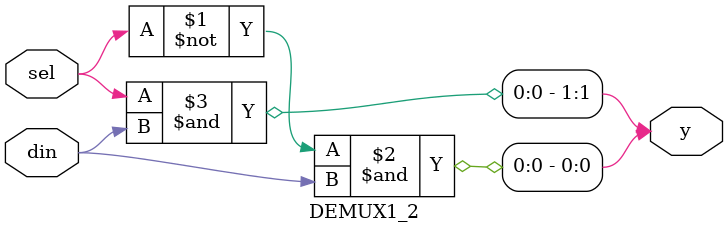
<source format=v>
`timescale 1ns / 1ps
module DEMUX1_2(y, din, sel);
    output [1:0] y;
    input din;
    input sel;

	assign y[0] = (~sel) & din ;
	assign y[1] = sel & din ;

endmodule

</source>
